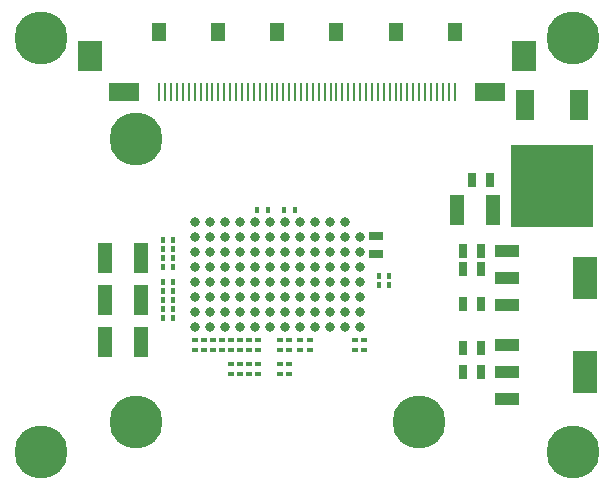
<source format=gbs>
%FSLAX46Y46*%
G04 Gerber Fmt 4.6, Leading zero omitted, Abs format (unit mm)*
G04 Created by KiCad (PCBNEW (2014-07-08 BZR 4987)-product) date Sun 20 Jul 2014 10:52:27 PM CEST*
%MOMM*%
G01*
G04 APERTURE LIST*
%ADD10C,0.100000*%
%ADD11C,0.800000*%
%ADD12R,0.398780X0.599440*%
%ADD13R,0.599440X0.398780*%
%ADD14R,1.143000X0.635000*%
%ADD15R,2.032000X3.657600*%
%ADD16R,2.032000X1.016000*%
%ADD17R,7.000000X7.000000*%
%ADD18R,1.500000X2.500000*%
%ADD19R,1.270000X2.540000*%
%ADD20R,0.635000X1.143000*%
%ADD21R,0.250000X1.550000*%
%ADD22R,2.500000X1.550000*%
%ADD23R,2.050000X2.500000*%
%ADD24R,1.300000X1.550000*%
%ADD25C,4.500000*%
G04 APERTURE END LIST*
D10*
D11*
X137795000Y-112395000D03*
X136525000Y-112395000D03*
X135255000Y-112395000D03*
X133985000Y-112395000D03*
X132715000Y-112395000D03*
X131445000Y-112395000D03*
X130175000Y-112395000D03*
X128905000Y-112395000D03*
X127635000Y-112395000D03*
X126365000Y-112395000D03*
X125095000Y-112395000D03*
X123825000Y-112395000D03*
X123825000Y-111125000D03*
X136525000Y-111125000D03*
X135255000Y-111125000D03*
X133985000Y-111125000D03*
X132715000Y-111125000D03*
X131445000Y-111125000D03*
X130175000Y-111125000D03*
X127635000Y-111125000D03*
X128905000Y-111125000D03*
X126365000Y-111125000D03*
X125095000Y-111125000D03*
X137795000Y-113665000D03*
X136525000Y-113665000D03*
X135255000Y-113665000D03*
X133985000Y-113665000D03*
X132715000Y-113665000D03*
X130175000Y-113665000D03*
X131445000Y-113665000D03*
X128905000Y-113665000D03*
X127635000Y-113665000D03*
X126365000Y-113665000D03*
X125095000Y-113665000D03*
X123825000Y-113665000D03*
X137795000Y-114935000D03*
X136525000Y-114935000D03*
X135255000Y-114935000D03*
X133985000Y-114935000D03*
X132715000Y-114935000D03*
X131445000Y-114935000D03*
X130175000Y-114935000D03*
X128905000Y-114935000D03*
X127635000Y-114935000D03*
X126365000Y-114935000D03*
X125095000Y-114935000D03*
X123825000Y-114935000D03*
X137795000Y-116205000D03*
X136525000Y-116205000D03*
X135255000Y-116205000D03*
X133985000Y-116205000D03*
X131445000Y-116205000D03*
X132715000Y-116205000D03*
X130175000Y-116205000D03*
X128905000Y-116205000D03*
X127635000Y-116205000D03*
X126365000Y-116205000D03*
X125095000Y-116205000D03*
X123825000Y-116205000D03*
X137795000Y-117475000D03*
X136525000Y-117475000D03*
X132715000Y-117475000D03*
X135255000Y-117475000D03*
X133985000Y-117475000D03*
X131445000Y-117475000D03*
X130175000Y-117475000D03*
X128905000Y-117475000D03*
X127635000Y-117475000D03*
X126365000Y-117475000D03*
X125095000Y-117475000D03*
X123825000Y-117475000D03*
X137795000Y-118745000D03*
X136525000Y-118745000D03*
X135255000Y-118745000D03*
X133985000Y-118745000D03*
X132715000Y-118745000D03*
X131445000Y-118745000D03*
X130175000Y-118745000D03*
X128905000Y-118745000D03*
X127635000Y-118745000D03*
X125095000Y-118745000D03*
X126365000Y-118745000D03*
X123825000Y-118745000D03*
X137795000Y-120015000D03*
X136525000Y-120015000D03*
X135255000Y-120015000D03*
X133985000Y-120015000D03*
X132715000Y-120015000D03*
X131445000Y-120015000D03*
X130175000Y-120015000D03*
X128905000Y-120015000D03*
X127635000Y-120015000D03*
X126365000Y-120015000D03*
X125095000Y-120015000D03*
X123825000Y-120015000D03*
D12*
X121089420Y-116967000D03*
X121988580Y-116967000D03*
X121089420Y-114173000D03*
X121988580Y-114173000D03*
D13*
X131826000Y-121988580D03*
X131826000Y-121089420D03*
X137414000Y-121988580D03*
X137414000Y-121089420D03*
D12*
X121089420Y-119253000D03*
X121988580Y-119253000D03*
D13*
X126873000Y-121988580D03*
X126873000Y-121089420D03*
X126873000Y-123121420D03*
X126873000Y-124020580D03*
X133604000Y-121089420D03*
X133604000Y-121988580D03*
X132715000Y-121089420D03*
X132715000Y-121988580D03*
D12*
X121089420Y-112649000D03*
X121988580Y-112649000D03*
D13*
X127635000Y-123121420D03*
X127635000Y-124020580D03*
D12*
X121089420Y-116205000D03*
X121988580Y-116205000D03*
D13*
X129159000Y-123121420D03*
X129159000Y-124020580D03*
X131826000Y-123121420D03*
X131826000Y-124020580D03*
X124587000Y-121988580D03*
X124587000Y-121089420D03*
X127635000Y-121988580D03*
X127635000Y-121089420D03*
X125349000Y-121988580D03*
X125349000Y-121089420D03*
D12*
X121089420Y-114935000D03*
X121988580Y-114935000D03*
D13*
X123825000Y-121988580D03*
X123825000Y-121089420D03*
X131064000Y-123121420D03*
X131064000Y-124020580D03*
X128397000Y-121988580D03*
X128397000Y-121089420D03*
X128397000Y-123121420D03*
X128397000Y-124020580D03*
X129159000Y-121988580D03*
X129159000Y-121089420D03*
X126111000Y-121988580D03*
X126111000Y-121089420D03*
D14*
X139192000Y-112268000D03*
X139192000Y-113792000D03*
D15*
X156862000Y-115820000D03*
D16*
X150258000Y-115820000D03*
X150258000Y-113534000D03*
X150258000Y-118106000D03*
D15*
X156862000Y-123820000D03*
D16*
X150258000Y-123820000D03*
X150258000Y-121534000D03*
X150258000Y-126106000D03*
D17*
X154060000Y-108070000D03*
D18*
X156360000Y-101170000D03*
X151760000Y-101170000D03*
D12*
X140276580Y-115697000D03*
X139377420Y-115697000D03*
X121089420Y-117729000D03*
X121988580Y-117729000D03*
X121089420Y-113411000D03*
X121988580Y-113411000D03*
X129110420Y-110070000D03*
X130009580Y-110070000D03*
D13*
X131064000Y-121988580D03*
X131064000Y-121089420D03*
D12*
X121089420Y-118491000D03*
X121988580Y-118491000D03*
D19*
X116205000Y-117729000D03*
X119253000Y-117729000D03*
X116205000Y-121285000D03*
X119253000Y-121285000D03*
X116205000Y-114173000D03*
X119253000Y-114173000D03*
X149098000Y-110109000D03*
X146050000Y-110109000D03*
D20*
X148072000Y-118070000D03*
X146548000Y-118070000D03*
X148844000Y-107569000D03*
X147320000Y-107569000D03*
X148082000Y-115062000D03*
X146558000Y-115062000D03*
D12*
X140276580Y-116459000D03*
X139377420Y-116459000D03*
X132259580Y-110070000D03*
X131360420Y-110070000D03*
D21*
X120810000Y-100145000D03*
X121310000Y-100145000D03*
X121810000Y-100145000D03*
X122310000Y-100145000D03*
X122810000Y-100145000D03*
X123310000Y-100145000D03*
X123810000Y-100145000D03*
X124310000Y-100145000D03*
X124810000Y-100145000D03*
X125310000Y-100145000D03*
X125810000Y-100145000D03*
X126310000Y-100145000D03*
X126810000Y-100145000D03*
X127310000Y-100145000D03*
X127810000Y-100145000D03*
X128310000Y-100145000D03*
X128810000Y-100145000D03*
X129310000Y-100145000D03*
X129810000Y-100145000D03*
X130310000Y-100145000D03*
X130810000Y-100145000D03*
X131310000Y-100145000D03*
X131810000Y-100145000D03*
X132310000Y-100145000D03*
X132810000Y-100145000D03*
X133310000Y-100145000D03*
X133810000Y-100145000D03*
X134310000Y-100145000D03*
X134810000Y-100145000D03*
X135310000Y-100145000D03*
X135810000Y-100145000D03*
X136310000Y-100145000D03*
X136810000Y-100145000D03*
X137310000Y-100145000D03*
X137810000Y-100145000D03*
X138310000Y-100145000D03*
X138810000Y-100145000D03*
X139310000Y-100145000D03*
X139810000Y-100145000D03*
X140310000Y-100145000D03*
X140810000Y-100145000D03*
X141310000Y-100145000D03*
X141810000Y-100145000D03*
X142310000Y-100145000D03*
X142810000Y-100145000D03*
X143310000Y-100145000D03*
X143810000Y-100145000D03*
X144310000Y-100145000D03*
X144810000Y-100145000D03*
X145310000Y-100145000D03*
X145810000Y-100145000D03*
D22*
X117810000Y-100145000D03*
X148810000Y-100145000D03*
D23*
X114910000Y-97070000D03*
X151710000Y-97070000D03*
D24*
X120810000Y-95070000D03*
X125810000Y-95070000D03*
X130810000Y-95070000D03*
X135810000Y-95070000D03*
X140810000Y-95070000D03*
X145810000Y-95070000D03*
D20*
X148082000Y-113538000D03*
X146558000Y-113538000D03*
X148072000Y-121820000D03*
X146548000Y-121820000D03*
X148072000Y-123820000D03*
X146548000Y-123820000D03*
D13*
X138176000Y-121988580D03*
X138176000Y-121089420D03*
D25*
X110810000Y-130570000D03*
X110810000Y-95570000D03*
X155810000Y-95570000D03*
X155810000Y-130570000D03*
X142810000Y-128078000D03*
X118810000Y-104078000D03*
X118810000Y-128078000D03*
M02*

</source>
